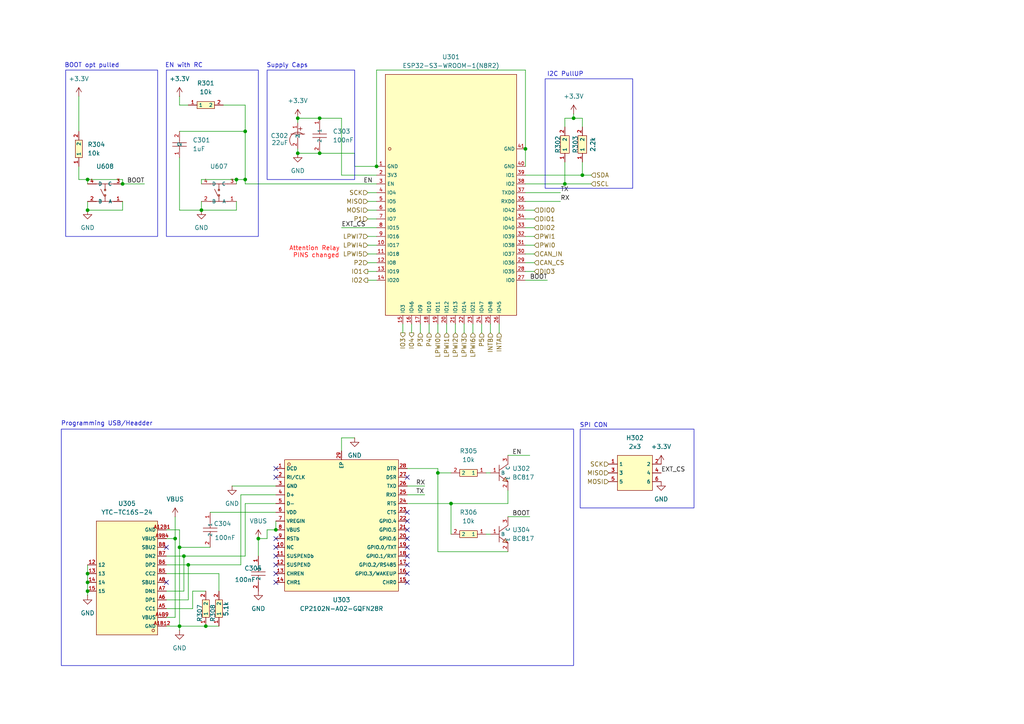
<source format=kicad_sch>
(kicad_sch (version 20250114) (generator "eeschema") (generator_version "9.0")
  (paper "A4")
  (lib_symbols
    (symbol "AC0603DR-072K2L:AC0603DR-072K2L"
      (property "Reference" "R" (at 0 1.27 0))
      (property "Value" "AC0603DR-072K2L" (at 0 -2.54 0))
      (symbol "AC0603DR-072K2L_0_1"
        (rectangle (start -2.54 1.27) (end 2.54 -1.27) (fill (type background)))
        (pin unspecified line (at -5.08 0 0) (length 2.54) (name "1") (number "1"))
        (pin unspecified line (at 5.08 0 180) (length 2.54) (name "2") (number "2"))
      )
    )
    (symbol "BC817K-16VL:BC817K-16VL"
      (property "Reference" "U" (at 0 1.27 0))
      (property "Value" "BC817K-16VL" (at 0 -2.54 0))
      (symbol "BC817K-16VL_0_1"
        (polyline (pts (xy 0 2.286) (xy 0 -2.286)))
        (polyline (pts (xy 0 -0.762) (xy 2.54 -2.54)))
        (polyline (pts (xy 2.54 2.54) (xy 2.54 2.54) (xy 0 0.762)))
        (polyline (pts (xy 2.54 -2.54) (xy 1.778 -1.27) (xy 1.016 -2.286) (xy 2.54 -2.54)) (fill (type background)))
        (pin input line (at -2.54 0 0) (length 2.54) (name "B") (number "1"))
        (pin input line (at 2.54 5.08 270) (length 2.54) (name "C") (number "3"))
        (pin input line (at 2.54 -5.08 90) (length 2.54) (name "E") (number "2"))
      )
    )
    (symbol "CC0603KRX7R9BB104:CC0603KRX7R9BB104"
      (property "Reference" "C" (at 0 1.27 0))
      (property "Value" "CC0603KRX7R9BB104" (at 0 -2.54 0))
      (symbol "CC0603KRX7R9BB104_0_1"
        (polyline (pts (xy -0.508 0) (xy -2.54 0)))
        (polyline (pts (xy -0.508 -2.032) (xy -0.508 2.032)))
        (polyline (pts (xy 0.508 2.032) (xy 0.508 -2.032)))
        (polyline (pts (xy 2.54 0) (xy 0.508 0)))
        (pin unspecified line (at -5.08 0 0) (length 2.54) (name "1") (number "1"))
        (pin unspecified line (at 5.08 0 180) (length 2.54) (name "2") (number "2"))
      )
    )
    (symbol "CL21B105KBFNNNE:CL21B105KBFNNNE"
      (property "Reference" "C" (at 0 1.27 0))
      (property "Value" "CL21B105KBFNNNE" (at 0 -2.54 0))
      (symbol "CL21B105KBFNNNE_0_1"
        (polyline (pts (xy -1.27 0) (xy -0.508 0)))
        (polyline (pts (xy -0.508 2.032) (xy -0.508 -2.032)))
        (polyline (pts (xy 0.508 2.032) (xy 0.508 -2.032)))
        (polyline (pts (xy 0.508 0) (xy 1.27 0)))
        (pin input line (at -3.81 0 0) (length 2.54) (name "1") (number "1"))
        (pin input line (at 3.81 0 180) (length 2.54) (name "2") (number "2"))
      )
    )
    (symbol "CP2102N-A02-GQFN28R:CP2102N-A02-GQFN28R"
      (property "Reference" "U" (at 0 1.27 0))
      (property "Value" "CP2102N-A02-GQFN28R" (at 0 -2.54 0))
      (symbol "CP2102N-A02-GQFN28R_0_1"
        (rectangle (start -16.51 19.05) (end 16.51 -19.05) (fill (type background)))
        (circle (center -15.24 17.78) (radius 0.381) (fill (type background)))
        (pin unspecified line (at -19.05 16.51 0) (length 2.54) (name "DCD") (number "1"))
        (pin unspecified line (at -19.05 13.97 0) (length 2.54) (name "RI/CLK") (number "2"))
        (pin unspecified line (at -19.05 11.43 0) (length 2.54) (name "GND") (number "3"))
        (pin unspecified line (at -19.05 8.89 0) (length 2.54) (name "D+") (number "4"))
        (pin unspecified line (at -19.05 6.35 0) (length 2.54) (name "D-") (number "5"))
        (pin unspecified line (at -19.05 3.81 0) (length 2.54) (name "VDD") (number "6"))
        (pin unspecified line (at -19.05 1.27 0) (length 2.54) (name "VREGIN") (number "7"))
        (pin unspecified line (at -19.05 -1.27 0) (length 2.54) (name "VBUS") (number "8"))
        (pin unspecified line (at -19.05 -3.81 0) (length 2.54) (name "RSTb") (number "9"))
        (pin unspecified line (at -19.05 -6.35 0) (length 2.54) (name "NC") (number "10"))
        (pin unspecified line (at -19.05 -8.89 0) (length 2.54) (name "SUSPENDb") (number "11"))
        (pin unspecified line (at -19.05 -11.43 0) (length 2.54) (name "SUSPEND") (number "12"))
        (pin unspecified line (at -19.05 -13.97 0) (length 2.54) (name "CHREN") (number "13"))
        (pin unspecified line (at -19.05 -16.51 0) (length 2.54) (name "CHR1") (number "14"))
        (pin unspecified line (at 0 21.59 270) (length 2.54) (name "EP") (number "29"))
        (pin unspecified line (at 19.05 16.51 180) (length 2.54) (name "DTR") (number "28"))
        (pin unspecified line (at 19.05 13.97 180) (length 2.54) (name "DSR") (number "27"))
        (pin unspecified line (at 19.05 11.43 180) (length 2.54) (name "TXD") (number "26"))
        (pin unspecified line (at 19.05 8.89 180) (length 2.54) (name "RXD") (number "25"))
        (pin unspecified line (at 19.05 6.35 180) (length 2.54) (name "RTS") (number "24"))
        (pin unspecified line (at 19.05 3.81 180) (length 2.54) (name "CTS") (number "23"))
        (pin unspecified line (at 19.05 1.27 180) (length 2.54) (name "GPIO.4") (number "22"))
        (pin unspecified line (at 19.05 -1.27 180) (length 2.54) (name "GPIO.5") (number "21"))
        (pin unspecified line (at 19.05 -3.81 180) (length 2.54) (name "GPIO.6") (number "20"))
        (pin unspecified line (at 19.05 -6.35 180) (length 2.54) (name "GPIO.0/TXT") (number "19"))
        (pin unspecified line (at 19.05 -8.89 180) (length 2.54) (name "GPIO.1/RXT") (number "18"))
        (pin unspecified line (at 19.05 -11.43 180) (length 2.54) (name "GPIO.2/RS485") (number "17"))
        (pin unspecified line (at 19.05 -13.97 180) (length 2.54) (name "GPIO.3/WAKEUP") (number "16"))
        (pin unspecified line (at 19.05 -16.51 180) (length 2.54) (name "CHR0") (number "15"))
      )
    )
    (symbol "ESP32-S3-WROOM-1(N8R2):ESP32-S3-WROOM-1(N8R2)"
      (property "Reference" "U" (at 0 1.27 0))
      (property "Value" "ESP32-S3-WROOM-1(N8R2)" (at 0 -2.54 0))
      (symbol "ESP32-S3-WROOM-1(N8R2)_0_1"
        (rectangle (start -20.32 36.8301) (end 17.78 -33.0201) (fill (type background)))
        (circle (center -19.05 15.24) (radius 0.381) (fill (type background)))
        (pin unspecified line (at -22.86 10.16 0) (length 2.54) (name "GND") (number "1"))
        (pin unspecified line (at -22.86 7.62 0) (length 2.54) (name "3V3") (number "2"))
        (pin unspecified line (at -22.86 5.08 0) (length 2.54) (name "EN") (number "3"))
        (pin unspecified line (at -22.86 2.54 0) (length 2.54) (name "IO4") (number "4"))
        (pin unspecified line (at -22.86 0 0) (length 2.54) (name "IO5") (number "5"))
        (pin unspecified line (at -22.86 -2.54 0) (length 2.54) (name "IO6") (number "6"))
        (pin unspecified line (at -22.86 -5.08 0) (length 2.54) (name "IO7") (number "7"))
        (pin unspecified line (at -22.86 -7.62 0) (length 2.54) (name "IO15") (number "8"))
        (pin unspecified line (at -22.86 -10.16 0) (length 2.54) (name "IO16") (number "9"))
        (pin unspecified line (at -22.86 -12.7 0) (length 2.54) (name "IO17") (number "10"))
        (pin unspecified line (at -22.86 -15.24 0) (length 2.54) (name "IO18") (number "11"))
        (pin unspecified line (at -22.86 -17.78 0) (length 2.54) (name "IO8") (number "12"))
        (pin unspecified line (at -22.86 -20.32 0) (length 2.54) (name "IO19") (number "13"))
        (pin unspecified line (at -22.86 -22.86 0) (length 2.54) (name "IO20") (number "14"))
        (pin unspecified line (at -15.24 -35.56 90) (length 2.54) (name "IO3") (number "15"))
        (pin unspecified line (at -12.7 -35.56 90) (length 2.54) (name "IO46") (number "16"))
        (pin unspecified line (at -10.16 -35.56 90) (length 2.54) (name "IO9") (number "17"))
        (pin unspecified line (at -7.62 -35.56 90) (length 2.54) (name "IO10") (number "18"))
        (pin unspecified line (at -5.08 -35.56 90) (length 2.54) (name "IO11") (number "19"))
        (pin unspecified line (at -2.54 -35.56 90) (length 2.54) (name "IO12") (number "20"))
        (pin unspecified line (at 0 -35.56 90) (length 2.54) (name "IO13") (number "21"))
        (pin unspecified line (at 2.54 -35.56 90) (length 2.54) (name "IO14") (number "22"))
        (pin unspecified line (at 5.08 -35.56 90) (length 2.54) (name "IO21") (number "23"))
        (pin unspecified line (at 7.62 -35.56 90) (length 2.54) (name "IO47") (number "24"))
        (pin unspecified line (at 10.16 -35.56 90) (length 2.54) (name "IO48") (number "25"))
        (pin unspecified line (at 12.7 -35.56 90) (length 2.54) (name "IO45") (number "26"))
        (pin unspecified line (at 20.32 15.24 180) (length 2.54) (name "GND") (number "41"))
        (pin unspecified line (at 20.32 10.16 180) (length 2.54) (name "GND") (number "40"))
        (pin unspecified line (at 20.32 7.62 180) (length 2.54) (name "IO1") (number "39"))
        (pin unspecified line (at 20.32 5.08 180) (length 2.54) (name "IO2") (number "38"))
        (pin unspecified line (at 20.32 2.54 180) (length 2.54) (name "TXD0") (number "37"))
        (pin unspecified line (at 20.32 0 180) (length 2.54) (name "RXD0") (number "36"))
        (pin unspecified line (at 20.32 -2.54 180) (length 2.54) (name "IO42") (number "35"))
        (pin unspecified line (at 20.32 -5.08 180) (length 2.54) (name "IO41") (number "34"))
        (pin unspecified line (at 20.32 -7.62 180) (length 2.54) (name "IO40") (number "33"))
        (pin unspecified line (at 20.32 -10.16 180) (length 2.54) (name "IO39") (number "32"))
        (pin unspecified line (at 20.32 -12.7 180) (length 2.54) (name "IO38") (number "31"))
        (pin unspecified line (at 20.32 -15.24 180) (length 2.54) (name "IO37") (number "30"))
        (pin unspecified line (at 20.32 -17.78 180) (length 2.54) (name "IO36") (number "29"))
        (pin unspecified line (at 20.32 -20.32 180) (length 2.54) (name "IO35") (number "28"))
        (pin unspecified line (at 20.32 -22.86 180) (length 2.54) (name "IO0") (number "27"))
      )
    )
    (symbol "HX-6X6X7_3-TP_FT_SQUARE_BUTTON:HX-6X6X7_3-TP_FT_SQUARE_BUTTON"
      (property "Reference" "U" (at 0 1.27 0))
      (property "Value" "HX-6X6X7_3-TP_FT_SQUARE_BUTTON" (at 0 -2.54 0))
      (symbol "HX-6X6X7_3-TP_FT_SQUARE_BUTTON_0_1"
        (polyline (pts (xy -2.54 2.54) (xy -2.54 -2.54)))
        (polyline (pts (xy -2.54 0) (xy -1.524 0)))
        (polyline (pts (xy -1.524 0) (xy -0.762 0)))
        (polyline (pts (xy -1.016 -0.254) (xy 1.016 -1.27) (xy 1.016 -1.27)))
        (circle (center -0.762 0) (radius 0.254) (fill (type background)))
        (circle (center 0.762 0) (radius 0.254) (fill (type background)))
        (polyline (pts (xy 2.54 2.54) (xy 2.54 -2.54)))
        (polyline (pts (xy 2.54 0) (xy 0.762 0)))
        (pin unspecified line (at -2.54 5.08 270) (length 2.54) (name "A") (number "1"))
        (pin unspecified line (at -2.54 -5.08 90) (length 2.54) (name "B") (number "2"))
        (pin unspecified line (at 2.54 5.08 270) (length 2.54) (name "C") (number "3"))
        (pin unspecified line (at 2.54 -5.08 90) (length 2.54) (name "D") (number "4"))
      )
    )
    (symbol "Header-Male-2_54_2x3:Header-Male-2_54_2x3"
      (property "Reference" "H" (at 0 1.27 0))
      (property "Value" "Header-Male-2_54_2x3" (at 0 -2.54 0))
      (symbol "Header-Male-2_54_2x3_0_1"
        (rectangle (start -5.08 5.08) (end 5.08 -5.08) (fill (type background)))
        (pin input line (at -7.62 2.54 0) (length 2.54) (name "1") (number "1"))
        (pin input line (at -7.62 0 0) (length 2.54) (name "3") (number "3"))
        (pin input line (at -7.62 -2.54 0) (length 2.54) (name "5") (number "5"))
        (pin input line (at 7.62 2.54 180) (length 2.54) (name "2") (number "2"))
        (pin input line (at 7.62 0 180) (length 2.54) (name "4") (number "4"))
        (pin input line (at 7.62 -2.54 180) (length 2.54) (name "6") (number "6"))
      )
    )
    (symbol "RC0603FR-0710KL:RC0603FR-0710KL"
      (property "Reference" "R" (at 0 1.27 0))
      (property "Value" "RC0603FR-0710KL" (at 0 -2.54 0))
      (symbol "RC0603FR-0710KL_0_1"
        (rectangle (start -2.54 1.016) (end 2.54 -1.016) (fill (type background)))
        (pin input line (at -5.08 0 0) (length 2.54) (name "1") (number "1"))
        (pin input line (at 5.08 0 180) (length 2.54) (name "2") (number "2"))
      )
    )
    (symbol "RN73H1JTTD5101B25:RN73H1JTTD5101B25"
      (property "Reference" "R" (at 0 1.27 0))
      (property "Value" "RN73H1JTTD5101B25" (at 0 -2.54 0))
      (symbol "RN73H1JTTD5101B25_0_1"
        (rectangle (start -2.54 1.016) (end 2.54 -1.016) (fill (type background)))
        (pin unspecified line (at -5.08 0 0) (length 2.54) (name "1") (number "1"))
        (pin unspecified line (at 5.08 0 180) (length 2.54) (name "2") (number "2"))
      )
    )
    (symbol "RVE1C220M0405:RVE1C220M0405"
      (property "Reference" "C" (at 0 1.27 0))
      (property "Value" "RVE1C220M0405" (at 0 -2.54 0))
      (symbol "RVE1C220M0405_0_1"
        (polyline (pts (xy -2.54 0.762) (xy -1.524 0.762)))
        (polyline (pts (xy -2.032 1.27) (xy -2.032 0.254)))
        (polyline (pts (xy -1.27 0) (xy -0.508 0)))
        (polyline (pts (xy -0.508 2.032) (xy -0.508 -2.032)))
        (polyline (pts (xy 0.508 0) (xy 1.27 0)))
        (arc (start 2.8565 -1.7023) (mid -0.3762 -1.6506) (end -0.3244 1.5819))
        (pin input line (at -3.81 0 0) (length 2.54) (name "1") (number "1"))
        (pin input line (at 3.81 0 180) (length 2.54) (name "2") (number "2"))
      )
    )
    (symbol "YTC-TC16S-24:YTC-TC16S-24"
      (property "Reference" "U" (at 0 1.27 0))
      (property "Value" "YTC-TC16S-24" (at 0 -2.54 0))
      (symbol "YTC-TC16S-24_0_1"
        (rectangle (start -8.89 16.51) (end 8.89 -16.51) (fill (type background)))
        (circle (center -7.62 15.24) (radius 0.381) (fill (type background)))
        (pin unspecified line (at -11.43 13.97 0) (length 2.54) (name "GND") (number "A1B12"))
        (pin unspecified line (at -11.43 11.43 0) (length 2.54) (name "VBUS") (number "A4B9"))
        (pin unspecified line (at -11.43 8.89 0) (length 2.54) (name "CC1") (number "A5"))
        (pin unspecified line (at -11.43 6.35 0) (length 2.54) (name "DP1") (number "A6"))
        (pin unspecified line (at -11.43 3.81 0) (length 2.54) (name "DN1") (number "A7"))
        (pin unspecified line (at -11.43 1.27 0) (length 2.54) (name "SBU1") (number "A8"))
        (pin unspecified line (at -11.43 -1.27 0) (length 2.54) (name "CC2") (number "B5"))
        (pin unspecified line (at -11.43 -3.81 0) (length 2.54) (name "DP2") (number "B6"))
        (pin unspecified line (at -11.43 -6.35 0) (length 2.54) (name "DN2") (number "B7"))
        (pin unspecified line (at -11.43 -8.89 0) (length 2.54) (name "SBU2") (number "B8"))
        (pin unspecified line (at -11.43 -11.43 0) (length 2.54) (name "VBUS") (number "A9B4"))
        (pin unspecified line (at -11.43 -13.97 0) (length 2.54) (name "GND") (number "A12B1"))
        (pin unspecified line (at 11.43 3.81 180) (length 2.54) (name "15") (number "15"))
        (pin unspecified line (at 11.43 1.27 180) (length 2.54) (name "14") (number "14"))
        (pin unspecified line (at 11.43 -1.27 180) (length 2.54) (name "13") (number "13"))
        (pin unspecified line (at 11.43 -3.81 180) (length 2.54) (name "12") (number "12"))
      )
    )
    (symbol "power:+3.3V" (power) (pin_numbers (hide yes)) (pin_names (offset 0) (hide yes))
      (property "Value" "+3.3V" (at 0 3.556 0))
      (symbol "+3.3V_0_1"
        (polyline (pts (xy -0.762 1.27) (xy 0 2.54)))
        (polyline (pts (xy 0 2.54) (xy 0.762 1.27)))
        (polyline (pts (xy 0 0) (xy 0 2.54)))
      )
      (symbol "+3.3V_1_1"
        (pin power_in line (at 0 0 90) (length 0) (name "~") (number "1"))
      )
    )
    (symbol "power:GND" (power) (pin_numbers (hide yes)) (pin_names (offset 0) (hide yes))
      (property "Value" "GND" (at 0 -3.81 0))
      (symbol "GND_0_1"
        (polyline (pts (xy 0 0) (xy 0 -1.27) (xy 1.27 -1.27) (xy 0 -2.54) (xy -1.27 -1.27) (xy 0 -1.27)))
      )
      (symbol "GND_1_1"
        (pin power_in line (at 0 0 270) (length 0) (name "~") (number "1"))
      )
    )
    (symbol "power:VBUS" (power) (pin_numbers (hide yes)) (pin_names (offset 0) (hide yes))
      (property "Value" "VBUS" (at 0 3.556 0))
      (symbol "VBUS_0_1"
        (polyline (pts (xy -0.762 1.27) (xy 0 2.54)))
        (polyline (pts (xy 0 2.54) (xy 0.762 1.27)))
        (polyline (pts (xy 0 0) (xy 0 2.54)))
      )
      (symbol "VBUS_1_1"
        (pin power_in line (at 0 0 90) (length 0) (name "~") (number "1"))
      )
    )
  )
  (rectangle (start 77.47 20.32) (end 102.87 52.07))
  (rectangle (start 48.26 20.32) (end 74.93 68.58))
  (rectangle (start 17.78 124.46) (end 166.37 193.04))
  (rectangle (start 158.115 22.86) (end 183.515 54.61))
  (rectangle (start 19.05 20.32) (end 45.72 68.58))
  (rectangle (start 168.275 124.46) (end 201.295 147.32))
  (text "EN with RC \n" (at 53.848 19.05 0) (effects (font (size 1.27 1.27))))
  (text "Programming USB/Headder\n" (at 30.988 122.936 0) (effects (font (size 1.27 1.27))))
  (text "I2C PullUP" (at 163.957 21.59 0) (effects (font (size 1.27 1.27))))
  (text "Supply Caps\n" (at 83.312 19.05 0) (effects (font (size 1.27 1.27))))
  (text "SPI CON" (at 172.212 123.444 0) (effects (font (size 1.27 1.27))))
  (text "Attention Relay \nPINS changed" (at 91.694 73.152 0) (effects (font (size 1.27 1.27))))
  (text "BOOT opt pulled\n \n" (at 26.67 20.066 0) (effects (font (size 1.27 1.27))))
  (junction (at 50.8 156.21))
  (junction (at 25.4 168.91))
  (junction (at 168.91 50.8))
  (junction (at 58.42 60.96))
  (junction (at 86.36 34.29))
  (junction (at 68.58 52.07))
  (junction (at 80.01 153.67))
  (junction (at 71.12 38.1))
  (junction (at 127 137.16))
  (junction (at 25.4 171.45))
  (junction (at 25.4 166.37))
  (junction (at 166.37 34.29))
  (junction (at 54.61 163.83))
  (junction (at 163.83 53.34))
  (junction (at 52.07 181.61))
  (junction (at 53.34 161.29))
  (junction (at 71.12 52.07))
  (junction (at 130.81 146.05))
  (junction (at 74.93 156.21))
  (junction (at 92.71 44.45))
  (junction (at 25.4 52.07))
  (junction (at 152.4 43.18))
  (junction (at 35.56 53.34))
  (junction (at 59.69 181.61))
  (junction (at 86.36 44.45))
  (junction (at 109.22 48.26))
  (junction (at 92.71 34.29))
  (junction (at 25.4 60.96))
  (junction (at 52.07 158.75))
  (no_connect (at 48.26 168.91))
  (no_connect (at 80.01 163.83))
  (no_connect (at 118.11 166.37))
  (no_connect (at 118.11 161.29))
  (no_connect (at 80.01 168.91))
  (no_connect (at 80.01 135.89))
  (no_connect (at 118.11 148.59))
  (no_connect (at 80.01 158.75))
  (no_connect (at 118.11 153.67))
  (no_connect (at 80.01 138.43))
  (no_connect (at 118.11 156.21))
  (no_connect (at 48.26 158.75))
  (no_connect (at 80.01 166.37))
  (no_connect (at 118.11 158.75))
  (no_connect (at 80.01 161.29))
  (no_connect (at 118.11 151.13))
  (no_connect (at 118.11 138.43))
  (no_connect (at 118.11 168.91))
  (no_connect (at 80.01 156.21))
  (no_connect (at 118.11 163.83))
  (wire (pts (xy 127 93.98) (xy 127 96.52)))
  (wire (pts (xy 102.87 127) (xy 99.06 127)))
  (wire (pts (xy 22.86 48.26) (xy 22.86 52.07)))
  (wire (pts (xy 127 135.89) (xy 127 137.16)))
  (wire (pts (xy 118.11 143.51) (xy 123.19 143.51)))
  (wire (pts (xy 86.36 34.29) (xy 92.71 34.29)))
  (wire (pts (xy 25.4 60.96) (xy 35.56 60.96)))
  (wire (pts (xy 74.93 161.29) (xy 74.93 156.21)))
  (wire (pts (xy 71.12 53.34) (xy 109.22 53.34)))
  (wire (pts (xy 50.8 149.86) (xy 50.8 156.21)))
  (wire (pts (xy 80.01 143.51) (xy 69.85 143.51)))
  (wire (pts (xy 92.71 44.45) (xy 102.87 44.45)))
  (wire (pts (xy 54.61 173.99) (xy 48.26 173.99)))
  (wire (pts (xy 92.71 44.45) (xy 86.36 44.45)))
  (wire (pts (xy 166.37 34.29) (xy 168.91 34.29)))
  (wire (pts (xy 152.4 43.18) (xy 152.4 48.26)))
  (wire (pts (xy 48.26 181.61) (xy 52.07 181.61)))
  (wire (pts (xy 99.06 66.04) (xy 109.22 66.04)))
  (wire (pts (xy 102.87 48.26) (xy 109.22 48.26)))
  (wire (pts (xy 25.4 166.37) (xy 25.4 168.91)))
  (wire (pts (xy 71.12 52.07) (xy 71.12 53.34)))
  (wire (pts (xy 147.32 132.08) (xy 153.67 132.08)))
  (wire (pts (xy 68.58 60.96) (xy 68.58 58.42)))
  (wire (pts (xy 119.38 96.52) (xy 119.38 93.98)))
  (wire (pts (xy 152.4 20.32) (xy 109.22 20.32)))
  (wire (pts (xy 58.42 53.34) (xy 58.42 52.07)))
  (wire (pts (xy 54.61 163.83) (xy 54.61 173.99)))
  (wire (pts (xy 48.26 166.37) (xy 63.5 166.37)))
  (wire (pts (xy 139.7 93.98) (xy 139.7 96.52)))
  (wire (pts (xy 134.62 93.98) (xy 134.62 96.52)))
  (wire (pts (xy 99.06 34.29) (xy 99.06 50.8)))
  (wire (pts (xy 152.4 66.04) (xy 154.94 66.04)))
  (wire (pts (xy 35.56 53.34) (xy 41.91 53.34)))
  (wire (pts (xy 55.88 171.45) (xy 55.88 176.53)))
  (wire (pts (xy 50.8 156.21) (xy 50.8 179.07)))
  (wire (pts (xy 129.54 93.98) (xy 129.54 96.52)))
  (wire (pts (xy 86.36 34.29) (xy 86.36 35.56)))
  (wire (pts (xy 86.36 43.18) (xy 86.36 44.45)))
  (wire (pts (xy 25.4 58.42) (xy 25.4 60.96)))
  (wire (pts (xy 99.06 50.8) (xy 109.22 50.8)))
  (wire (pts (xy 48.26 161.29) (xy 53.34 161.29)))
  (wire (pts (xy 35.56 58.42) (xy 35.56 60.96)))
  (wire (pts (xy 54.61 163.83) (xy 69.85 163.83)))
  (wire (pts (xy 168.91 34.29) (xy 168.91 36.83)))
  (wire (pts (xy 171.45 53.34) (xy 163.83 53.34)))
  (wire (pts (xy 60.96 148.59) (xy 80.01 148.59)))
  (wire (pts (xy 163.83 34.29) (xy 166.37 34.29)))
  (wire (pts (xy 137.16 93.98) (xy 137.16 96.52)))
  (wire (pts (xy 35.56 52.07) (xy 35.56 53.34)))
  (wire (pts (xy 106.68 68.58) (xy 109.22 68.58)))
  (wire (pts (xy 127 137.16) (xy 127 160.02)))
  (wire (pts (xy 166.37 33.02) (xy 166.37 34.29)))
  (wire (pts (xy 118.11 146.05) (xy 130.81 146.05)))
  (wire (pts (xy 152.4 68.58) (xy 154.94 68.58)))
  (wire (pts (xy 77.47 156.21) (xy 77.47 153.67)))
  (wire (pts (xy 147.32 149.86) (xy 153.67 149.86)))
  (wire (pts (xy 106.68 73.66) (xy 109.22 73.66)))
  (wire (pts (xy 142.24 93.98) (xy 142.24 96.52)))
  (wire (pts (xy 144.78 93.98) (xy 144.78 96.52)))
  (wire (pts (xy 74.93 156.21) (xy 77.47 156.21)))
  (wire (pts (xy 121.92 96.52) (xy 121.92 93.98)))
  (wire (pts (xy 99.06 127) (xy 99.06 130.81)))
  (wire (pts (xy 127 160.02) (xy 147.32 160.02)))
  (wire (pts (xy 152.4 55.88) (xy 162.56 55.88)))
  (wire (pts (xy 58.42 52.07) (xy 68.58 52.07)))
  (wire (pts (xy 132.08 93.98) (xy 132.08 96.52)))
  (wire (pts (xy 147.32 146.05) (xy 147.32 142.24)))
  (wire (pts (xy 67.31 140.97) (xy 80.01 140.97)))
  (wire (pts (xy 106.68 60.96) (xy 109.22 60.96)))
  (wire (pts (xy 71.12 161.29) (xy 71.12 146.05)))
  (wire (pts (xy 152.4 76.2) (xy 154.94 76.2)))
  (wire (pts (xy 163.83 46.99) (xy 163.83 53.34)))
  (wire (pts (xy 80.01 151.13) (xy 80.01 153.67)))
  (wire (pts (xy 116.84 96.52) (xy 116.84 93.98)))
  (wire (pts (xy 55.88 176.53) (xy 48.26 176.53)))
  (wire (pts (xy 106.68 78.74) (xy 109.22 78.74)))
  (wire (pts (xy 152.4 58.42) (xy 162.56 58.42)))
  (wire (pts (xy 48.26 179.07) (xy 50.8 179.07)))
  (wire (pts (xy 152.4 81.28) (xy 158.75 81.28)))
  (wire (pts (xy 52.07 181.61) (xy 59.69 181.61)))
  (wire (pts (xy 140.97 137.16) (xy 142.24 137.16)))
  (wire (pts (xy 130.81 154.94) (xy 130.81 146.05)))
  (wire (pts (xy 52.07 181.61) (xy 52.07 182.88)))
  (wire (pts (xy 92.71 34.29) (xy 99.06 34.29)))
  (wire (pts (xy 106.68 63.5) (xy 109.22 63.5)))
  (wire (pts (xy 22.86 27.94) (xy 22.86 38.1)))
  (wire (pts (xy 59.69 181.61) (xy 63.5 181.61)))
  (wire (pts (xy 118.11 140.97) (xy 123.19 140.97)))
  (wire (pts (xy 48.26 156.21) (xy 50.8 156.21)))
  (wire (pts (xy 68.58 52.07) (xy 68.58 53.34)))
  (wire (pts (xy 130.81 137.16) (xy 127 137.16)))
  (wire (pts (xy 106.68 71.12) (xy 109.22 71.12)))
  (wire (pts (xy 22.86 52.07) (xy 25.4 52.07)))
  (wire (pts (xy 71.12 38.1) (xy 71.12 52.07)))
  (wire (pts (xy 25.4 52.07) (xy 35.56 52.07)))
  (wire (pts (xy 152.4 73.66) (xy 154.94 73.66)))
  (wire (pts (xy 102.87 44.45) (xy 102.87 48.26)))
  (wire (pts (xy 25.4 163.83) (xy 25.4 166.37)))
  (wire (pts (xy 106.68 81.28) (xy 109.22 81.28)))
  (wire (pts (xy 52.07 158.75) (xy 52.07 181.61)))
  (wire (pts (xy 106.68 55.88) (xy 109.22 55.88)))
  (wire (pts (xy 48.26 163.83) (xy 54.61 163.83)))
  (wire (pts (xy 71.12 146.05) (xy 80.01 146.05)))
  (wire (pts (xy 168.91 50.8) (xy 152.4 50.8)))
  (wire (pts (xy 52.07 27.94) (xy 52.07 30.48)))
  (wire (pts (xy 152.4 78.74) (xy 154.94 78.74)))
  (wire (pts (xy 64.77 30.48) (xy 71.12 30.48)))
  (wire (pts (xy 106.68 76.2) (xy 109.22 76.2)))
  (wire (pts (xy 52.07 153.67) (xy 52.07 158.75)))
  (wire (pts (xy 69.85 143.51) (xy 69.85 163.83)))
  (wire (pts (xy 53.34 161.29) (xy 71.12 161.29)))
  (wire (pts (xy 48.26 153.67) (xy 52.07 153.67)))
  (wire (pts (xy 53.34 171.45) (xy 53.34 161.29)))
  (wire (pts (xy 106.68 58.42) (xy 109.22 58.42)))
  (wire (pts (xy 52.07 45.72) (xy 52.07 60.96)))
  (wire (pts (xy 168.91 46.99) (xy 168.91 50.8)))
  (wire (pts (xy 163.83 53.34) (xy 152.4 53.34)))
  (wire (pts (xy 154.94 71.12) (xy 152.4 71.12)))
  (wire (pts (xy 118.11 135.89) (xy 127 135.89)))
  (wire (pts (xy 52.07 30.48) (xy 54.61 30.48)))
  (wire (pts (xy 58.42 60.96) (xy 68.58 60.96)))
  (wire (pts (xy 140.97 154.94) (xy 142.24 154.94)))
  (wire (pts (xy 63.5 171.45) (xy 63.5 166.37)))
  (wire (pts (xy 124.46 93.98) (xy 124.46 96.52)))
  (wire (pts (xy 71.12 30.48) (xy 71.12 38.1)))
  (wire (pts (xy 68.58 52.07) (xy 71.12 52.07)))
  (wire (pts (xy 58.42 58.42) (xy 58.42 60.96)))
  (wire (pts (xy 48.26 171.45) (xy 53.34 171.45)))
  (wire (pts (xy 163.83 36.83) (xy 163.83 34.29)))
  (wire (pts (xy 152.4 63.5) (xy 154.94 63.5)))
  (wire (pts (xy 52.07 38.1) (xy 71.12 38.1)))
  (wire (pts (xy 25.4 171.45) (xy 25.4 172.72)))
  (wire (pts (xy 77.47 153.67) (xy 80.01 153.67)))
  (wire (pts (xy 52.07 158.75) (xy 60.96 158.75)))
  (wire (pts (xy 130.81 146.05) (xy 147.32 146.05)))
  (wire (pts (xy 109.22 20.32) (xy 109.22 48.26)))
  (wire (pts (xy 152.4 60.96) (xy 154.94 60.96)))
  (wire (pts (xy 25.4 52.07) (xy 25.4 53.34)))
  (wire (pts (xy 171.45 50.8) (xy 168.91 50.8)))
  (wire (pts (xy 59.69 171.45) (xy 55.88 171.45)))
  (wire (pts (xy 152.4 43.18) (xy 152.4 20.32)))
  (wire (pts (xy 25.4 168.91) (xy 25.4 171.45)))
  (wire (pts (xy 52.07 60.96) (xy 58.42 60.96)))
  (label "EN" (at 148.59 132.08 0))
  (label "RX" (at 162.56 58.42 0))
  (label "BOOT" (at 153.67 81.28 0))
  (label "TX" (at 120.65 143.51 0))
  (label "EXT_CS" (at 191.77 137.16 0))
  (label "BOOT" (at 148.59 149.86 0))
  (label "TX" (at 162.56 55.88 0))
  (label "BOOT" (at 36.83 53.34 0))
  (label "RX" (at 120.65 140.97 0))
  (label "EXT_CS" (at 99.06 66.04 0))
  (label "EN" (at 105.41 53.34 0))
  (hierarchical_label "LPWI1" (shape input) (at 129.54 96.52 270))
  (hierarchical_label "INTB" (shape input) (at 142.24 96.52 270))
  (hierarchical_label "SDA" (shape input) (at 171.45 50.8 0))
  (hierarchical_label "DIO0" (shape input) (at 154.94 60.96 0))
  (hierarchical_label "DIO3" (shape input) (at 154.94 78.74 0))
  (hierarchical_label "LPWI0" (shape input) (at 127 96.52 270))
  (hierarchical_label "LPWI4" (shape input) (at 106.68 71.12 180))
  (hierarchical_label "DIO1" (shape input) (at 154.94 63.5 0))
  (hierarchical_label "MOSI" (shape input) (at 176.53 139.7 180))
  (hierarchical_label "DIO2" (shape input) (at 154.94 66.04 0))
  (hierarchical_label "LPWI6" (shape input) (at 137.16 96.52 270))
  (hierarchical_label "CAN_IN" (shape input) (at 154.94 73.66 0))
  (hierarchical_label "P5" (shape input) (at 139.7 96.52 270))
  (hierarchical_label "SCK" (shape input) (at 106.68 55.88 180))
  (hierarchical_label "LPWI3" (shape input) (at 134.62 96.52 270))
  (hierarchical_label "IO1" (shape output) (at 106.68 78.74 180))
  (hierarchical_label "SCL" (shape input) (at 171.45 53.34 0))
  (hierarchical_label "PWI1" (shape input) (at 154.94 68.58 0))
  (hierarchical_label "LPWI7" (shape input) (at 106.68 68.58 180))
  (hierarchical_label "P4" (shape input) (at 124.46 96.52 270))
  (hierarchical_label "PWI0" (shape input) (at 154.94 71.12 0))
  (hierarchical_label "IO4" (shape output) (at 119.38 96.52 270))
  (hierarchical_label "SCK" (shape input) (at 176.53 134.62 180))
  (hierarchical_label "IO3" (shape output) (at 116.84 96.52 270))
  (hierarchical_label "LPWI2" (shape input) (at 132.08 96.52 270))
  (hierarchical_label "MISO" (shape input) (at 106.68 58.42 180))
  (hierarchical_label "MOSI" (shape input) (at 106.68 60.96 180))
  (hierarchical_label "INTA" (shape input) (at 144.78 96.52 270))
  (hierarchical_label "P3" (shape input) (at 121.92 96.52 270))
  (hierarchical_label "P2" (shape input) (at 106.68 76.2 180))
  (hierarchical_label "CAN_CS" (shape input) (at 154.94 76.2 0))
  (hierarchical_label "LPWI5" (shape input) (at 106.68 73.66 180))
  (hierarchical_label "P1" (shape input) (at 106.68 63.5 180))
  (hierarchical_label "IO2" (shape output) (at 106.68 81.28 180))
  (hierarchical_label "MISO" (shape input) (at 176.53 137.16 180))
  (symbol (lib_id "power:GND") (at 86.36 44.45 0) (unit 1)
    (property "Reference" "#PWR0305" (effects (hide yes)))
    (property "Value" "GND" (at 86.36 49.53 0))
    (property "Description" "Power symbol creates a global label with name \"GND\" , ground" (effects (hide yes)))
  )
  (symbol (lib_id "power:GND") (at 52.07 182.88 0) (unit 1)
    (property "Reference" "#PWR0316" (effects (hide yes)))
    (property "Value" "GND" (at 52.07 187.96 0))
    (property "Description" "Power symbol creates a global label with name \"GND\" , ground" (effects (hide yes)))
  )
  (symbol (lib_id "RC0603FR-0710KL:RC0603FR-0710KL") (at 59.69 30.48 0) (unit 1)
    (property "Reference" "R301" (at 59.69 24.13 0))
    (property "Value" "10k" (at 59.69 26.67 0))
    (property "Footprint" "footprint:R0603" (effects (hide yes)))
    (property "Datasheet" "https://www.mouser.in/datasheet/2/447/PYu_RT_1_to_0_01_RoHS_L_11-1669912.pdf" (effects (hide yes)))
    (property "LCSC" "C98220" (effects (hide yes)))
  )
  (symbol (lib_id "power:+3.3V") (at 22.86 27.94 0) (unit 1)
    (property "Reference" "#PWR0301" (effects (hide yes)))
    (property "Value" "+3.3V" (at 22.86 22.86 0))
    (property "Description" "Power symbol creates a global label with name \"+3.3V\"" (effects (hide yes)))
  )
  (symbol (lib_id "power:GND") (at 67.31 140.97 0) (unit 1)
    (property "Reference" "#PWR0310" (effects (hide yes)))
    (property "Value" "GND" (at 67.31 146.05 0))
    (property "Description" "Power symbol creates a global label with name \"GND\" , ground" (effects (hide yes)))
  )
  (symbol (lib_id "RC0603FR-0710KL:RC0603FR-0710KL") (at 135.89 137.16 180) (unit 1)
    (property "Reference" "R305" (at 135.89 130.81 0))
    (property "Value" "10k" (at 135.89 133.35 0))
    (property "Footprint" "footprint:R0603" (effects (hide yes)))
    (property "Datasheet" "https://www.mouser.in/datasheet/2/447/PYu_RT_1_to_0_01_RoHS_L_11-1669912.pdf" (effects (hide yes)))
    (property "LCSC" "C98220" (effects (hide yes)))
  )
  (symbol (lib_id "power:+3.3V") (at 52.07 27.94 0) (unit 1)
    (property "Reference" "#PWR0302" (effects (hide yes)))
    (property "Value" "+3.3V" (at 52.07 22.86 0))
    (property "Description" "Power symbol creates a global label with name \"+3.3V\"" (effects (hide yes)))
  )
  (symbol (lib_id "power:+3.3V") (at 86.36 34.29 0) (unit 1)
    (property "Reference" "#PWR0304" (effects (hide yes)))
    (property "Value" "+3.3V" (at 86.36 29.21 0))
    (property "Description" "Power symbol creates a global label with name \"+3.3V\"" (effects (hide yes)))
  )
  (symbol (lib_id "CP2102N-A02-GQFN28R:CP2102N-A02-GQFN28R") (at 99.06 152.4 0) (unit 1)
    (property "Reference" "U303" (at 99.06 173.99 0))
    (property "Value" "CP2102N-A02-GQFN28R" (at 99.06 176.53 0))
    (property "Footprint" "footprint:QFN-28_L5.0-W5.0-P0.50-TL-EP3.3" (effects (hide yes)))
    (property "Datasheet" "https://item.szlcsc.com/245064.html" (effects (hide yes)))
    (property "LCSC" "C964632" (effects (hide yes)))
  )
  (symbol (lib_id "BC817K-16VL:BC817K-16VL") (at 144.78 137.16 0) (unit 1)
    (property "Reference" "U302" (at 148.59 135.8899 0) (effects (justify left)))
    (property "Value" "BC817" (at 148.59 138.4299 0) (effects (justify left)))
    (property "Footprint" "footprint:SOT-23-3_L2.9-W1.3-P1.90-LS2.4-BR" (effects (hide yes)))
    (property "Datasheet" "https://www.diodes.com/assets/Package-Files/SOT23.pdf" (effects (hide yes)))
    (property "LCSC" "C549442" (effects (hide yes)))
  )
  (symbol (lib_id "HX-6X6X7_3-TP_FT_SQUARE_BUTTON:HX-6X6X7_3-TP_FT_SQUARE_BUTTON") (at 30.48 55.88 270) (mirror x) (unit 1)
    (property "Reference" "U608" (at 30.48 48.26 90))
    (property "Value" "HX-6X6X7_3-TP_FT_SQUARE_BUTTON" (effects (hide yes)))
    (property "Footprint" "test:SW-SMD_4P-L6.0-W6.0-P4.50-LS9.0-H7.3" (effects (hide yes)))
    (property "Datasheet" "https://atta.szlcsc.com/upload/public/pdf/source/20250618/999C8E27B347943625F80BB06CC6286E.pdf" (effects (hide yes)))
    (property "LCSC" "C49234152" (effects (hide yes)))
  )
  (symbol (lib_id "ESP32-S3-WROOM-1(N8R2):ESP32-S3-WROOM-1(N8R2)") (at 132.08 58.42 0) (unit 1)
    (property "Reference" "U301" (at 130.81 16.51 0))
    (property "Value" "ESP32-S3-WROOM-1(N8R2)" (at 130.81 19.05 0))
    (property "Footprint" "footprint:WIRELM-SMD_ESP32-S3-WROOM-1" (effects (hide yes)))
    (property "Datasheet" "https://www.mouser.cn/datasheet/2/891/Espressif_ESP32_S3_WROOM_1_1U_Preliminary-2530171.pdf" (effects (hide yes)))
    (property "LCSC" "C2913204" (effects (hide yes)))
  )
  (symbol (lib_id "CL21B105KBFNNNE:CL21B105KBFNNNE") (at 52.07 41.91 90) (unit 1)
    (property "Reference" "C301" (at 55.88 40.6399 90) (effects (justify right)))
    (property "Value" "1uF" (at 55.88 43.1799 90) (effects (justify right)))
    (property "Footprint" "footprint:C0805" (effects (hide yes)))
    (property "Datasheet" "https://item.szlcsc.com/373011.html" (effects (hide yes)))
    (property "LCSC" "C28323" (effects (hide yes)))
  )
  (symbol (lib_id "power:GND") (at 25.4 60.96 0) (unit 1)
    (property "Reference" "#PWR0306" (effects (hide yes)))
    (property "Value" "GND" (at 25.4 66.04 0))
    (property "Description" "Power symbol creates a global label with name \"GND\" , ground" (effects (hide yes)))
  )
  (symbol (lib_id "CC0603KRX7R9BB104:CC0603KRX7R9BB104") (at 74.93 166.37 270) (unit 1)
    (property "Reference" "C305" (at 70.866 164.846 90) (effects (justify left)))
    (property "Value" "100nF" (at 68.072 168.148 90) (effects (justify left)))
    (property "Footprint" "footprint:C0603" (effects (hide yes)))
    (property "Datasheet" "https://item.szlcsc.com/362304.html" (effects (hide yes)))
    (property "LCSC" "C14663" (effects (hide yes)))
  )
  (symbol (lib_id "power:GND") (at 102.87 127 0) (unit 1)
    (property "Reference" "#PWR0308" (effects (hide yes)))
    (property "Value" "GND" (at 102.87 132.08 0))
    (property "Description" "Power symbol creates a global label with name \"GND\" , ground" (effects (hide yes)))
  )
  (symbol (lib_id "power:GND") (at 74.93 171.45 0) (unit 1)
    (property "Reference" "#PWR0314" (effects (hide yes)))
    (property "Value" "GND" (at 74.93 176.53 0))
    (property "Description" "Power symbol creates a global label with name \"GND\" , ground" (effects (hide yes)))
  )
  (symbol (lib_id "BC817K-16VL:BC817K-16VL") (at 144.78 154.94 0) (unit 1)
    (property "Reference" "U304" (at 148.59 153.6699 0) (effects (justify left)))
    (property "Value" "BC817" (at 148.59 156.2099 0) (effects (justify left)))
    (property "Footprint" "footprint:SOT-23-3_L2.9-W1.3-P1.90-LS2.4-BR" (effects (hide yes)))
    (property "Datasheet" "https://www.diodes.com/assets/Package-Files/SOT23.pdf" (effects (hide yes)))
    (property "LCSC" "C549442" (effects (hide yes)))
  )
  (symbol (lib_id "YTC-TC16S-24:YTC-TC16S-24") (at 36.83 167.64 180) (unit 1)
    (property "Reference" "U305" (at 36.83 146.05 0))
    (property "Value" "YTC-TC16S-24" (at 36.83 148.59 0))
    (property "Footprint" "footprint:USB-C-SMD_YTC-TC16S-24" (effects (hide yes)))
    (property "Datasheet" "https://atta.szlcsc.com/upload/public/pdf/source/20211202/1C566B96B20A064D4B3B2AEC8C704FE6.pdf" (effects (hide yes)))
    (property "LCSC" "C2927291" (effects (hide yes)))
  )
  (symbol (lib_id "power:GND") (at 58.42 60.96 0) (unit 1)
    (property "Reference" "#PWR0307" (effects (hide yes)))
    (property "Value" "GND" (at 58.42 66.04 0))
    (property "Description" "Power symbol creates a global label with name \"GND\" , ground" (effects (hide yes)))
  )
  (symbol (lib_id "RVE1C220M0405:RVE1C220M0405") (at 86.36 39.37 270) (unit 1)
    (property "Reference" "C302" (at 78.486 39.37 90) (effects (justify left)))
    (property "Value" "22uF" (at 78.74 41.402 90) (effects (justify left)))
    (property "Footprint" "footprint:CAP-SMD_BD4.0-L4.3-W4.3-LS5.1-FD" (effects (hide yes)))
    (property "Datasheet" "https://img.jlc.com//pdf/applyPasteComponent/2021-07-05/413437A/2e49783c03aa4d4fa4c98392c847ce48/HF32FV-G_cn.pdf" (effects (hide yes)))
    (property "LCSC" "C131114" (effects (hide yes)))
  )
  (symbol (lib_id "Header-Male-2_54_2x3:Header-Male-2_54_2x3") (at 184.15 137.16 0) (unit 1)
    (property "Reference" "H302" (at 184.15 127 0))
    (property "Value" "2x3" (at 184.15 129.54 0))
    (property "Footprint" "footprint:HDR-TH_6P-P2.54-V-M-R2-C3-S2.54-1" (effects (hide yes)))
    (property "Datasheet" "https://lcsc.com/product-detail/Female-Header_Made-in-China-Made-in-China-Made-in-China-Made-in-Cina-2-54mm-2x3-Female-header-Bagged-RoHS_C47552.html" (effects (hide yes)))
    (property "LCSC" "C65114" (effects (hide yes)))
  )
  (symbol (lib_id "HX-6X6X7_3-TP_FT_SQUARE_BUTTON:HX-6X6X7_3-TP_FT_SQUARE_BUTTON") (at 63.5 55.88 270) (mirror x) (unit 1)
    (property "Reference" "U607" (at 63.5 48.26 90))
    (property "Value" "HX-6X6X7_3-TP_FT_SQUARE_BUTTON" (effects (hide yes)))
    (property "Footprint" "test:SW-SMD_4P-L6.0-W6.0-P4.50-LS9.0-H7.3" (effects (hide yes)))
    (property "Datasheet" "https://atta.szlcsc.com/upload/public/pdf/source/20250618/999C8E27B347943625F80BB06CC6286E.pdf" (effects (hide yes)))
    (property "LCSC" "C49234152" (effects (hide yes)))
  )
  (symbol (lib_id "power:VBUS") (at 50.8 149.86 0) (unit 1)
    (property "Reference" "#PWR0312" (effects (hide yes)))
    (property "Value" "VBUS" (at 50.8 144.78 0))
    (property "Description" "Power symbol creates a global label with name \"VBUS\"" (effects (hide yes)))
  )
  (symbol (lib_id "RN73H1JTTD5101B25:RN73H1JTTD5101B25") (at 63.5 176.53 90) (unit 1)
    (property "Reference" "R308" (at 61.722 175.26 0) (effects (justify right)))
    (property "Value" "5.1k" (at 65.5319 174.498 0) (effects (justify right)))
    (property "Footprint" "footprint:R0603" (effects (hide yes)))
    (property "Datasheet" "https://www.mouser.in/datasheet/2/447/PYu_RT_1_to_0_01_RoHS_L_11-1669912.pdf" (effects (hide yes)))
    (property "LCSC" "C186203" (effects (hide yes)))
  )
  (symbol (lib_id "AC0603DR-072K2L:AC0603DR-072K2L") (at 163.83 41.91 90) (unit 1)
    (property "Reference" "R302" (at 161.798 41.91 0))
    (property "Value" "2.2k" (at 171.958 41.91 0))
    (property "Footprint" "footprint:R0603" (effects (hide yes)))
    (property "Datasheet" "https://www.mouser.in/datasheet/2/447/PYu_RT_1_to_0_01_RoHS_L_11-1669912.pdf" (effects (hide yes)))
    (property "LCSC" "C227479" (effects (hide yes)))
  )
  (symbol (lib_id "RN73H1JTTD5101B25:RN73H1JTTD5101B25") (at 59.69 176.53 90) (unit 1)
    (property "Reference" "R307" (at 57.912 175.26 0) (effects (justify right)))
    (property "Value" "5.1k" (at 65.532 174.498 0) (effects (justify right)))
    (property "Footprint" "footprint:R0603" (effects (hide yes)))
    (property "Datasheet" "https://www.mouser.in/datasheet/2/447/PYu_RT_1_to_0_01_RoHS_L_11-1669912.pdf" (effects (hide yes)))
    (property "LCSC" "C186203" (effects (hide yes)))
  )
  (symbol (lib_id "RC0603FR-0710KL:RC0603FR-0710KL") (at 135.89 154.94 180) (unit 1)
    (property "Reference" "R306" (at 135.89 148.59 0))
    (property "Value" "10k" (at 135.89 151.13 0))
    (property "Footprint" "footprint:R0603" (effects (hide yes)))
    (property "Datasheet" "https://www.mouser.in/datasheet/2/447/PYu_RT_1_to_0_01_RoHS_L_11-1669912.pdf" (effects (hide yes)))
    (property "LCSC" "C98220" (effects (hide yes)))
  )
  (symbol (lib_id "AC0603DR-072K2L:AC0603DR-072K2L") (at 168.91 41.91 90) (unit 1)
    (property "Reference" "R303" (at 166.878 41.91 0))
    (property "Value" "2.2k" (at 171.958 41.91 0))
    (property "Footprint" "footprint:R0603" (effects (hide yes)))
    (property "Datasheet" "https://www.mouser.in/datasheet/2/447/PYu_RT_1_to_0_01_RoHS_L_11-1669912.pdf" (effects (hide yes)))
    (property "LCSC" "C227479" (effects (hide yes)))
  )
  (symbol (lib_id "power:GND") (at 25.4 172.72 0) (unit 1)
    (property "Reference" "#PWR0315" (effects (hide yes)))
    (property "Value" "GND" (at 25.4 177.8 0))
    (property "Description" "Power symbol creates a global label with name \"GND\" , ground" (effects (hide yes)))
  )
  (symbol (lib_id "CC0603KRX7R9BB104:CC0603KRX7R9BB104") (at 92.71 39.37 270) (unit 1)
    (property "Reference" "C303" (at 96.52 38.0999 90) (effects (justify left)))
    (property "Value" "100nF" (at 96.52 40.6399 90) (effects (justify left)))
    (property "Footprint" "footprint:C0603" (effects (hide yes)))
    (property "Datasheet" "https://item.szlcsc.com/362304.html" (effects (hide yes)))
    (property "LCSC" "C14663" (effects (hide yes)))
  )
  (symbol (lib_id "power:GND") (at 191.77 139.7 0) (unit 1)
    (property "Reference" "#PWR0318" (effects (hide yes)))
    (property "Value" "GND" (at 191.77 144.78 0))
    (property "Description" "Power symbol creates a global label with name \"GND\" , ground" (effects (hide yes)))
  )
  (symbol (lib_id "power:+3.3V") (at 191.77 134.62 0) (unit 1)
    (property "Reference" "#PWR0317" (effects (hide yes)))
    (property "Value" "+3.3V" (at 191.77 129.54 0))
    (property "Description" "Power symbol creates a global label with name \"+3.3V\"" (effects (hide yes)))
  )
  (symbol (lib_id "RC0603FR-0710KL:RC0603FR-0710KL") (at 22.86 43.18 90) (unit 1)
    (property "Reference" "R304" (at 25.4 41.9099 90) (effects (justify right)))
    (property "Value" "10k" (at 25.4 44.4499 90) (effects (justify right)))
    (property "Footprint" "footprint:R0603" (effects (hide yes)))
    (property "Datasheet" "https://www.mouser.in/datasheet/2/447/PYu_RT_1_to_0_01_RoHS_L_11-1669912.pdf" (effects (hide yes)))
    (property "LCSC" "C98220" (effects (hide yes)))
  )
  (symbol (lib_id "power:+3.3V") (at 166.37 33.02 0) (unit 1)
    (property "Reference" "#PWR0303" (effects (hide yes)))
    (property "Value" "+3.3V" (at 166.37 27.94 0))
    (property "Description" "Power symbol creates a global label with name \"+3.3V\"" (effects (hide yes)))
  )
  (symbol (lib_id "power:VBUS") (at 74.93 156.21 0) (unit 1)
    (property "Reference" "#PWR0313" (effects (hide yes)))
    (property "Value" "VBUS" (at 74.93 151.13 0))
    (property "Description" "Power symbol creates a global label with name \"VBUS\"" (effects (hide yes)))
  )
  (symbol (lib_id "CC0603KRX7R9BB104:CC0603KRX7R9BB104") (at 60.96 153.67 270) (unit 1)
    (property "Reference" "C304" (at 61.976 151.892 90) (effects (justify left)))
    (property "Value" "100nF" (at 62.23 155.956 90) (effects (justify left)))
    (property "Footprint" "footprint:C0603" (effects (hide yes)))
    (property "Datasheet" "https://item.szlcsc.com/362304.html" (effects (hide yes)))
    (property "LCSC" "C14663" (effects (hide yes)))
  )
)
</source>
